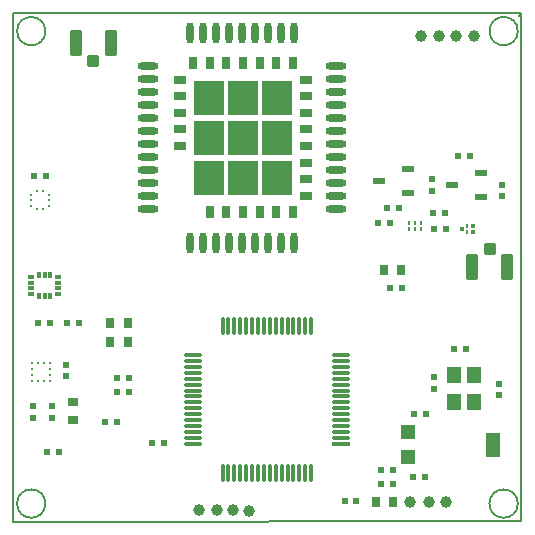
<source format=gtp>
%FSLAX25Y25*%
%MOIN*%
G70*
G01*
G75*
G04 Layer_Color=8421504*
%ADD10C,0.01500*%
%ADD11C,0.02000*%
%ADD12R,0.02362X0.02362*%
%ADD13R,0.05000X0.07874*%
%ADD14R,0.05000X0.05000*%
%ADD15R,0.04800X0.05600*%
%ADD16R,0.02362X0.02362*%
%ADD17R,0.02756X0.03347*%
%ADD18O,0.06299X0.01181*%
%ADD19O,0.01181X0.06299*%
%ADD20R,0.06299X0.01181*%
%ADD21C,0.03937*%
G04:AMPARAMS|DCode=22|XSize=41.34mil|YSize=86.61mil|CornerRadius=6.2mil|HoleSize=0mil|Usage=FLASHONLY|Rotation=0.000|XOffset=0mil|YOffset=0mil|HoleType=Round|Shape=RoundedRectangle|*
%AMROUNDEDRECTD22*
21,1,0.04134,0.07421,0,0,0.0*
21,1,0.02894,0.08661,0,0,0.0*
1,1,0.01240,0.01447,-0.03711*
1,1,0.01240,-0.01447,-0.03711*
1,1,0.01240,-0.01447,0.03711*
1,1,0.01240,0.01447,0.03711*
%
%ADD22ROUNDEDRECTD22*%
G04:AMPARAMS|DCode=23|XSize=39.37mil|YSize=41.34mil|CornerRadius=5.91mil|HoleSize=0mil|Usage=FLASHONLY|Rotation=0.000|XOffset=0mil|YOffset=0mil|HoleType=Round|Shape=RoundedRectangle|*
%AMROUNDEDRECTD23*
21,1,0.03937,0.02953,0,0,0.0*
21,1,0.02756,0.04134,0,0,0.0*
1,1,0.01181,0.01378,-0.01476*
1,1,0.01181,-0.01378,-0.01476*
1,1,0.01181,-0.01378,0.01476*
1,1,0.01181,0.01378,0.01476*
%
%ADD23ROUNDEDRECTD23*%
%ADD24R,0.00984X0.01083*%
%ADD25R,0.01083X0.00984*%
%ADD26R,0.03347X0.02756*%
%ADD27R,0.01890X0.01181*%
%ADD28R,0.01181X0.01890*%
%ADD29R,0.00984X0.01083*%
%ADD30R,0.01083X0.00984*%
%ADD31R,0.00787X0.01378*%
%ADD32R,0.01181X0.01378*%
%ADD33R,0.00984X0.01378*%
%ADD34R,0.01181X0.01181*%
%ADD35R,0.03937X0.02362*%
%ADD36R,0.03937X0.03150*%
%ADD37R,0.03150X0.03937*%
%ADD38R,0.09843X0.11811*%
%ADD39O,0.07087X0.02362*%
%ADD40O,0.02362X0.07087*%
%ADD41C,0.00800*%
%ADD42C,0.01000*%
%ADD43C,0.00500*%
%ADD44C,0.00600*%
%ADD45R,0.12000X0.09600*%
%ADD46C,0.02000*%
%ADD47C,0.04000*%
%ADD48C,0.03000*%
%ADD49C,0.05000*%
%ADD50C,0.04000*%
%ADD51C,0.03000*%
%ADD52R,0.05906X0.03150*%
%ADD53R,0.07874X0.07087*%
%ADD54R,0.05906X0.05118*%
%ADD55R,0.02362X0.03937*%
%ADD56R,0.07874X0.07874*%
%ADD57P,0.03341X4X90.0*%
%ADD58R,0.09843X0.01969*%
%ADD59O,0.03937X0.07874*%
%ADD60R,0.08661X0.11811*%
G04:AMPARAMS|DCode=61|XSize=45mil|YSize=65mil|CornerRadius=5.63mil|HoleSize=0mil|Usage=FLASHONLY|Rotation=0.000|XOffset=0mil|YOffset=0mil|HoleType=Round|Shape=RoundedRectangle|*
%AMROUNDEDRECTD61*
21,1,0.04500,0.05375,0,0,0.0*
21,1,0.03375,0.06500,0,0,0.0*
1,1,0.01125,0.01688,-0.02688*
1,1,0.01125,-0.01688,-0.02688*
1,1,0.01125,-0.01688,0.02688*
1,1,0.01125,0.01688,0.02688*
%
%ADD61ROUNDEDRECTD61*%
%ADD62O,0.02953X0.01772*%
%ADD63R,0.11811X0.19685*%
%ADD64O,0.08661X0.02362*%
%ADD65R,0.07087X0.04331*%
%ADD66O,0.01378X0.02756*%
%ADD67R,0.05118X0.03937*%
%ADD68R,0.01200X0.01800*%
%ADD69R,0.02559X0.04921*%
%ADD70R,0.03937X0.05118*%
%ADD71R,0.04921X0.02559*%
%ADD72C,0.00787*%
%ADD73O,0.07874X0.03937*%
%ADD74R,0.10738X0.04200*%
%ADD75C,0.01200*%
%ADD76C,0.00300*%
%ADD77C,0.00400*%
%ADD78R,0.35200X0.19400*%
%ADD79R,0.02228X0.02472*%
D12*
X11223Y22950D02*
D03*
X15160D02*
D03*
X126591Y17119D02*
D03*
X122654D02*
D03*
X46299Y25957D02*
D03*
X50236D02*
D03*
X133439Y35665D02*
D03*
X137376D02*
D03*
X133281Y14894D02*
D03*
X137218D02*
D03*
X110344Y6657D02*
D03*
X114281D02*
D03*
X150766Y57347D02*
D03*
X146829D02*
D03*
X126584Y12292D02*
D03*
X122647D02*
D03*
X38604Y47812D02*
D03*
X34667D02*
D03*
X34414Y33073D02*
D03*
X30477D02*
D03*
X34442Y42961D02*
D03*
X38379D02*
D03*
X12256Y66131D02*
D03*
X8319Y66131D02*
D03*
X10937Y115143D02*
D03*
X7000D02*
D03*
X17889Y66185D02*
D03*
X21826D02*
D03*
X124600Y104300D02*
D03*
X128537D02*
D03*
X148100Y121700D02*
D03*
X152037D02*
D03*
X140300Y97500D02*
D03*
X144237D02*
D03*
X121600Y99500D02*
D03*
X125537D02*
D03*
X143900Y102600D02*
D03*
X139963D02*
D03*
X129400Y77600D02*
D03*
X125463D02*
D03*
D13*
X159840Y25524D02*
D03*
D14*
X131340Y21311D02*
D03*
X131340Y29811D02*
D03*
D15*
X153512Y48647D02*
D03*
Y39916D02*
D03*
X146766Y48647D02*
D03*
X146766Y39917D02*
D03*
D16*
X140098Y44231D02*
D03*
Y48168D02*
D03*
X161728Y45889D02*
D03*
X161728Y41952D02*
D03*
X12798Y38268D02*
D03*
Y34331D02*
D03*
X6598Y34330D02*
D03*
Y38267D02*
D03*
X17368Y48265D02*
D03*
Y52202D02*
D03*
X139400Y114000D02*
D03*
Y110063D02*
D03*
X163000Y108300D02*
D03*
Y112237D02*
D03*
D17*
X120711Y6550D02*
D03*
X126617D02*
D03*
X129306Y83800D02*
D03*
X123400Y83800D02*
D03*
X38048Y59888D02*
D03*
X32142Y59888D02*
D03*
X38137Y66067D02*
D03*
X32231Y66067D02*
D03*
D18*
X109058Y55382D02*
D03*
Y51445D02*
D03*
X109058Y53413D02*
D03*
X109058Y49476D02*
D03*
X59845Y25854D02*
D03*
Y27822D02*
D03*
X59845Y29791D02*
D03*
Y31759D02*
D03*
Y33728D02*
D03*
Y35697D02*
D03*
Y37665D02*
D03*
X59845Y39634D02*
D03*
Y41602D02*
D03*
X59845Y43571D02*
D03*
Y45539D02*
D03*
Y47508D02*
D03*
X59845Y49476D02*
D03*
X59845Y51445D02*
D03*
Y53413D02*
D03*
X59845Y55382D02*
D03*
X109058Y47508D02*
D03*
Y45539D02*
D03*
Y43571D02*
D03*
Y41602D02*
D03*
Y39634D02*
D03*
Y37665D02*
D03*
Y35697D02*
D03*
Y31760D02*
D03*
Y29791D02*
D03*
Y27822D02*
D03*
Y33728D02*
D03*
D19*
X99215Y16011D02*
D03*
X97247D02*
D03*
X95278D02*
D03*
X93310D02*
D03*
X91341D02*
D03*
X89373D02*
D03*
X87404D02*
D03*
X85436D02*
D03*
X83467D02*
D03*
X81499D02*
D03*
X79530D02*
D03*
X77562D02*
D03*
X75593D02*
D03*
X73625D02*
D03*
X71656D02*
D03*
X69688Y16011D02*
D03*
Y65224D02*
D03*
X71656D02*
D03*
X73625D02*
D03*
X75593D02*
D03*
X77562D02*
D03*
X79530D02*
D03*
X81499D02*
D03*
X83467D02*
D03*
X85436D02*
D03*
X87404D02*
D03*
X89373D02*
D03*
X91341D02*
D03*
X93310D02*
D03*
X95278D02*
D03*
X97247D02*
D03*
X99215D02*
D03*
D20*
X109058Y25854D02*
D03*
D21*
X153500Y161800D02*
D03*
X147633D02*
D03*
X141767D02*
D03*
X135900D02*
D03*
X61924Y3847D02*
D03*
X73008Y3669D02*
D03*
X144102Y6386D02*
D03*
X132303Y6512D02*
D03*
X67768Y3626D02*
D03*
X138516Y6272D02*
D03*
X78661Y3587D02*
D03*
D22*
X20761Y159577D02*
D03*
X32375D02*
D03*
X164507Y84700D02*
D03*
X152893Y84700D02*
D03*
D23*
X26568Y153573D02*
D03*
X158700Y90704D02*
D03*
D24*
X7853Y103942D02*
D03*
X9822D02*
D03*
Y109945D02*
D03*
X7853D02*
D03*
D25*
X11839Y104975D02*
D03*
Y106943D02*
D03*
Y108912D02*
D03*
X5835D02*
D03*
Y106943D02*
D03*
Y105043D02*
D03*
D26*
X19831Y39741D02*
D03*
X19831Y33835D02*
D03*
D27*
X5837Y81531D02*
D03*
Y79562D02*
D03*
X5837Y77594D02*
D03*
Y75625D02*
D03*
X14892D02*
D03*
X14892Y77594D02*
D03*
Y79562D02*
D03*
Y81531D02*
D03*
D28*
X8396Y74995D02*
D03*
X10364D02*
D03*
X12333D02*
D03*
X12333Y82161D02*
D03*
X10364D02*
D03*
X8396D02*
D03*
D29*
X6150Y46735D02*
D03*
X8118D02*
D03*
X10087D02*
D03*
X12055D02*
D03*
X12055Y52739D02*
D03*
X10087D02*
D03*
X8118D02*
D03*
X6150D02*
D03*
D30*
X12105Y48753D02*
D03*
Y50722D02*
D03*
X6101D02*
D03*
Y48753D02*
D03*
D31*
X131931Y97416D02*
D03*
X133900D02*
D03*
X135869D02*
D03*
Y99384D02*
D03*
X133900D02*
D03*
X131931D02*
D03*
D32*
X153043Y96268D02*
D03*
Y98532D02*
D03*
D33*
X151173Y96268D02*
D03*
Y98532D02*
D03*
D34*
X149500Y97400D02*
D03*
D35*
X131600Y109500D02*
D03*
X121757Y113437D02*
D03*
X131600Y117374D02*
D03*
X156000Y108200D02*
D03*
X146158Y112137D02*
D03*
X156000Y116074D02*
D03*
D36*
X55431Y136123D02*
D03*
Y147146D02*
D03*
X97564D02*
D03*
Y141635D02*
D03*
Y125099D02*
D03*
Y114076D02*
D03*
Y108564D02*
D03*
Y119587D02*
D03*
Y130611D02*
D03*
Y136123D02*
D03*
X55431Y125099D02*
D03*
Y130611D02*
D03*
Y141635D02*
D03*
D37*
X93033Y152658D02*
D03*
X70986Y103016D02*
D03*
X76498D02*
D03*
X93033D02*
D03*
X87521D02*
D03*
X82010D02*
D03*
X65474D02*
D03*
X87521Y152658D02*
D03*
X82010D02*
D03*
X76498D02*
D03*
X70986D02*
D03*
X65474D02*
D03*
X59962D02*
D03*
D38*
X65080Y127819D02*
D03*
X87915Y114433D02*
D03*
X65080D02*
D03*
X76498D02*
D03*
X87915Y127819D02*
D03*
X76498D02*
D03*
X87915Y141205D02*
D03*
X65080D02*
D03*
X76498D02*
D03*
D39*
X45002Y142976D02*
D03*
Y151638D02*
D03*
Y138646D02*
D03*
Y134315D02*
D03*
Y129984D02*
D03*
Y125654D02*
D03*
Y121323D02*
D03*
Y116992D02*
D03*
Y108331D02*
D03*
Y104000D02*
D03*
X107600Y147307D02*
D03*
Y142976D02*
D03*
Y138646D02*
D03*
Y134315D02*
D03*
Y129984D02*
D03*
Y125654D02*
D03*
Y121323D02*
D03*
Y116992D02*
D03*
Y112661D02*
D03*
Y108331D02*
D03*
Y104000D02*
D03*
Y151638D02*
D03*
X45002Y147307D02*
D03*
Y112661D02*
D03*
D40*
X89293Y162858D02*
D03*
X58978D02*
D03*
X63309D02*
D03*
X67639D02*
D03*
X71970D02*
D03*
X89293Y92780D02*
D03*
X84962D02*
D03*
X80632D02*
D03*
X76301D02*
D03*
X71970D02*
D03*
X67639D02*
D03*
X63309D02*
D03*
X58978D02*
D03*
X93624Y162858D02*
D03*
X84962D02*
D03*
X80632D02*
D03*
X76301D02*
D03*
X93624Y92780D02*
D03*
D43*
X10630Y5906D02*
G03*
X10630Y5906I-4724J0D01*
G01*
X168110Y163386D02*
G03*
X168110Y163386I-4724J0D01*
G01*
X10630D02*
G03*
X10630Y163386I-4724J0D01*
G01*
X168110Y5906D02*
G03*
X168110Y5906I-4724J0D01*
G01*
X0Y-74D02*
X169291Y-0D01*
Y169291D01*
X-0D02*
X0Y0D01*
X-0Y169291D02*
X169291D01*
X168484Y168484D02*
X169291Y169291D01*
M02*

</source>
